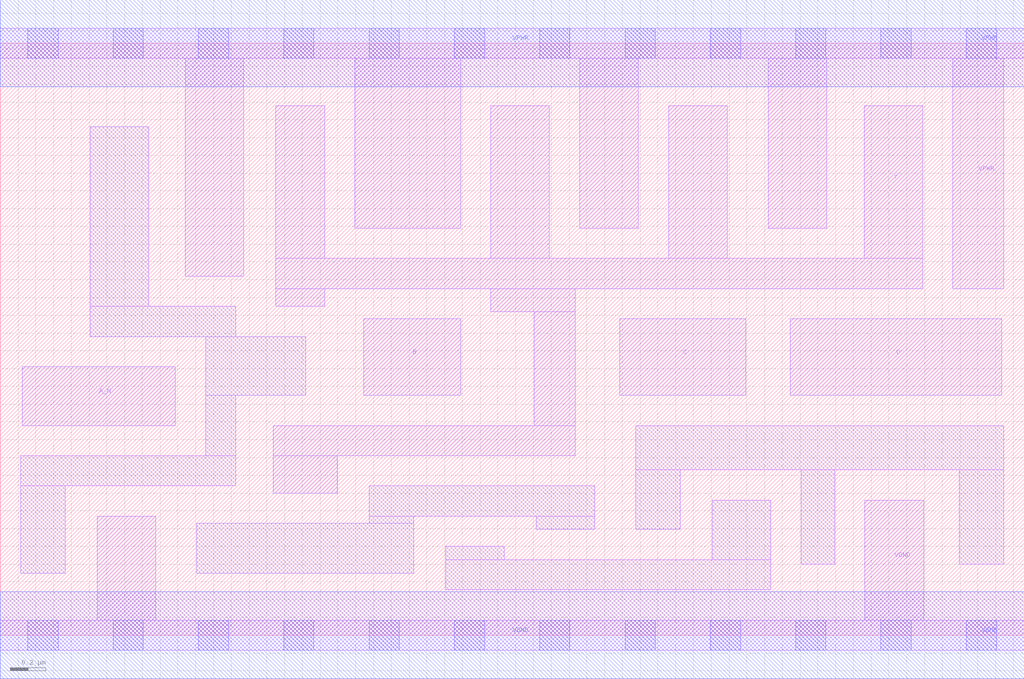
<source format=lef>
# Copyright 2020 The SkyWater PDK Authors
#
# Licensed under the Apache License, Version 2.0 (the "License");
# you may not use this file except in compliance with the License.
# You may obtain a copy of the License at
#
#     https://www.apache.org/licenses/LICENSE-2.0
#
# Unless required by applicable law or agreed to in writing, software
# distributed under the License is distributed on an "AS IS" BASIS,
# WITHOUT WARRANTIES OR CONDITIONS OF ANY KIND, either express or implied.
# See the License for the specific language governing permissions and
# limitations under the License.
#
# SPDX-License-Identifier: Apache-2.0

VERSION 5.7 ;
  NAMESCASESENSITIVE ON ;
  NOWIREEXTENSIONATPIN ON ;
  DIVIDERCHAR "/" ;
  BUSBITCHARS "[]" ;
UNITS
  DATABASE MICRONS 200 ;
END UNITS
MACRO sky130_fd_sc_ls__nand4b_2
  CLASS CORE ;
  SOURCE USER ;
  FOREIGN sky130_fd_sc_ls__nand4b_2 ;
  ORIGIN  0.000000  0.000000 ;
  SIZE  5.760000 BY  3.330000 ;
  SYMMETRY X Y ;
  SITE unit ;
  PIN A_N
    ANTENNAGATEAREA  0.246000 ;
    DIRECTION INPUT ;
    USE SIGNAL ;
    PORT
      LAYER li1 ;
        RECT 0.125000 1.180000 0.985000 1.510000 ;
    END
  END A_N
  PIN B
    ANTENNAGATEAREA  0.558000 ;
    DIRECTION INPUT ;
    USE SIGNAL ;
    PORT
      LAYER li1 ;
        RECT 2.045000 1.350000 2.590000 1.780000 ;
    END
  END B
  PIN C
    ANTENNAGATEAREA  0.558000 ;
    DIRECTION INPUT ;
    USE SIGNAL ;
    PORT
      LAYER li1 ;
        RECT 3.485000 1.350000 4.195000 1.780000 ;
    END
  END C
  PIN D
    ANTENNAGATEAREA  0.558000 ;
    DIRECTION INPUT ;
    USE SIGNAL ;
    PORT
      LAYER li1 ;
        RECT 4.445000 1.350000 5.635000 1.780000 ;
    END
  END D
  PIN Y
    ANTENNADIFFAREA  1.573400 ;
    DIRECTION OUTPUT ;
    USE SIGNAL ;
    PORT
      LAYER li1 ;
        RECT 1.535000 0.800000 1.895000 1.010000 ;
        RECT 1.535000 1.010000 3.235000 1.180000 ;
        RECT 1.550000 1.850000 1.825000 1.950000 ;
        RECT 1.550000 1.950000 5.190000 2.120000 ;
        RECT 1.550000 2.120000 1.825000 2.980000 ;
        RECT 2.760000 1.820000 3.235000 1.950000 ;
        RECT 2.760000 2.120000 3.090000 2.980000 ;
        RECT 3.005000 1.180000 3.235000 1.820000 ;
        RECT 3.760000 2.120000 4.090000 2.980000 ;
        RECT 4.860000 2.120000 5.190000 2.980000 ;
    END
  END Y
  PIN VGND
    DIRECTION INOUT ;
    SHAPE ABUTMENT ;
    USE GROUND ;
    PORT
      LAYER li1 ;
        RECT 0.000000 -0.085000 5.760000 0.085000 ;
        RECT 0.545000  0.085000 0.875000 0.670000 ;
        RECT 4.865000  0.085000 5.195000 0.760000 ;
      LAYER mcon ;
        RECT 0.155000 -0.085000 0.325000 0.085000 ;
        RECT 0.635000 -0.085000 0.805000 0.085000 ;
        RECT 1.115000 -0.085000 1.285000 0.085000 ;
        RECT 1.595000 -0.085000 1.765000 0.085000 ;
        RECT 2.075000 -0.085000 2.245000 0.085000 ;
        RECT 2.555000 -0.085000 2.725000 0.085000 ;
        RECT 3.035000 -0.085000 3.205000 0.085000 ;
        RECT 3.515000 -0.085000 3.685000 0.085000 ;
        RECT 3.995000 -0.085000 4.165000 0.085000 ;
        RECT 4.475000 -0.085000 4.645000 0.085000 ;
        RECT 4.955000 -0.085000 5.125000 0.085000 ;
        RECT 5.435000 -0.085000 5.605000 0.085000 ;
      LAYER met1 ;
        RECT 0.000000 -0.245000 5.760000 0.245000 ;
    END
  END VGND
  PIN VPWR
    DIRECTION INOUT ;
    SHAPE ABUTMENT ;
    USE POWER ;
    PORT
      LAYER li1 ;
        RECT 0.000000 3.245000 5.760000 3.415000 ;
        RECT 1.040000 2.020000 1.370000 3.245000 ;
        RECT 1.995000 2.290000 2.590000 3.245000 ;
        RECT 3.260000 2.290000 3.590000 3.245000 ;
        RECT 4.320000 2.290000 4.650000 3.245000 ;
        RECT 5.360000 1.950000 5.645000 3.245000 ;
      LAYER mcon ;
        RECT 0.155000 3.245000 0.325000 3.415000 ;
        RECT 0.635000 3.245000 0.805000 3.415000 ;
        RECT 1.115000 3.245000 1.285000 3.415000 ;
        RECT 1.595000 3.245000 1.765000 3.415000 ;
        RECT 2.075000 3.245000 2.245000 3.415000 ;
        RECT 2.555000 3.245000 2.725000 3.415000 ;
        RECT 3.035000 3.245000 3.205000 3.415000 ;
        RECT 3.515000 3.245000 3.685000 3.415000 ;
        RECT 3.995000 3.245000 4.165000 3.415000 ;
        RECT 4.475000 3.245000 4.645000 3.415000 ;
        RECT 4.955000 3.245000 5.125000 3.415000 ;
        RECT 5.435000 3.245000 5.605000 3.415000 ;
      LAYER met1 ;
        RECT 0.000000 3.085000 5.760000 3.575000 ;
    END
  END VPWR
  OBS
    LAYER li1 ;
      RECT 0.115000 0.350000 0.365000 0.840000 ;
      RECT 0.115000 0.840000 1.325000 1.010000 ;
      RECT 0.505000 1.680000 1.325000 1.850000 ;
      RECT 0.505000 1.850000 0.835000 2.860000 ;
      RECT 1.105000 0.350000 2.325000 0.630000 ;
      RECT 1.155000 1.010000 1.325000 1.350000 ;
      RECT 1.155000 1.350000 1.720000 1.680000 ;
      RECT 2.075000 0.630000 2.325000 0.670000 ;
      RECT 2.075000 0.670000 3.345000 0.840000 ;
      RECT 2.505000 0.255000 4.335000 0.425000 ;
      RECT 2.505000 0.425000 2.835000 0.500000 ;
      RECT 3.015000 0.595000 3.345000 0.670000 ;
      RECT 3.575000 0.595000 3.825000 0.930000 ;
      RECT 3.575000 0.930000 5.645000 1.180000 ;
      RECT 4.005000 0.425000 4.335000 0.760000 ;
      RECT 4.505000 0.400000 4.695000 0.930000 ;
      RECT 5.395000 0.400000 5.645000 0.930000 ;
  END
END sky130_fd_sc_ls__nand4b_2

</source>
